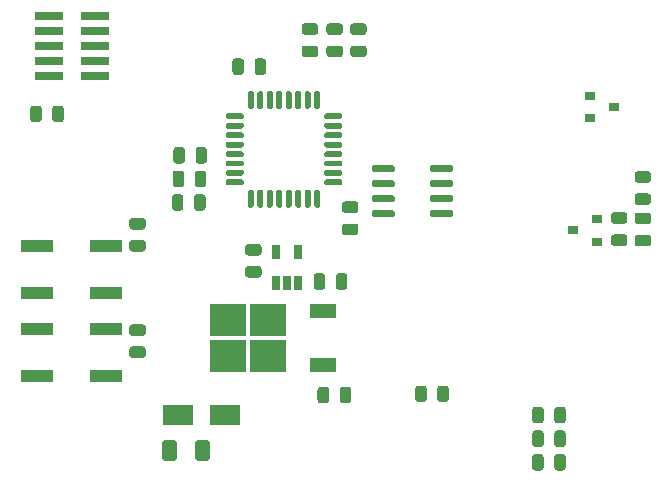
<source format=gbr>
G04 #@! TF.GenerationSoftware,KiCad,Pcbnew,(5.1.6)-1*
G04 #@! TF.CreationDate,2020-10-31T14:21:40+01:00*
G04 #@! TF.ProjectId,Batmonitor,4261746d-6f6e-4697-946f-722e6b696361,rev?*
G04 #@! TF.SameCoordinates,Original*
G04 #@! TF.FileFunction,Paste,Top*
G04 #@! TF.FilePolarity,Positive*
%FSLAX46Y46*%
G04 Gerber Fmt 4.6, Leading zero omitted, Abs format (unit mm)*
G04 Created by KiCad (PCBNEW (5.1.6)-1) date 2020-10-31 14:21:40*
%MOMM*%
%LPD*%
G01*
G04 APERTURE LIST*
%ADD10R,3.050000X2.750000*%
%ADD11R,2.200000X1.200000*%
%ADD12R,2.800000X1.000000*%
%ADD13R,2.500000X1.800000*%
%ADD14R,0.650000X1.220000*%
%ADD15R,0.900000X0.800000*%
%ADD16R,2.400000X0.740000*%
G04 APERTURE END LIST*
G36*
G01*
X146887500Y-98956250D02*
X146887500Y-98043750D01*
G75*
G02*
X147131250Y-97800000I243750J0D01*
G01*
X147618750Y-97800000D01*
G75*
G02*
X147862500Y-98043750I0J-243750D01*
G01*
X147862500Y-98956250D01*
G75*
G02*
X147618750Y-99200000I-243750J0D01*
G01*
X147131250Y-99200000D01*
G75*
G02*
X146887500Y-98956250I0J243750D01*
G01*
G37*
G36*
G01*
X145012500Y-98956250D02*
X145012500Y-98043750D01*
G75*
G02*
X145256250Y-97800000I243750J0D01*
G01*
X145743750Y-97800000D01*
G75*
G02*
X145987500Y-98043750I0J-243750D01*
G01*
X145987500Y-98956250D01*
G75*
G02*
X145743750Y-99200000I-243750J0D01*
G01*
X145256250Y-99200000D01*
G75*
G02*
X145012500Y-98956250I0J243750D01*
G01*
G37*
G36*
G01*
X146887500Y-100956250D02*
X146887500Y-100043750D01*
G75*
G02*
X147131250Y-99800000I243750J0D01*
G01*
X147618750Y-99800000D01*
G75*
G02*
X147862500Y-100043750I0J-243750D01*
G01*
X147862500Y-100956250D01*
G75*
G02*
X147618750Y-101200000I-243750J0D01*
G01*
X147131250Y-101200000D01*
G75*
G02*
X146887500Y-100956250I0J243750D01*
G01*
G37*
G36*
G01*
X145012500Y-100956250D02*
X145012500Y-100043750D01*
G75*
G02*
X145256250Y-99800000I243750J0D01*
G01*
X145743750Y-99800000D01*
G75*
G02*
X145987500Y-100043750I0J-243750D01*
G01*
X145987500Y-100956250D01*
G75*
G02*
X145743750Y-101200000I-243750J0D01*
G01*
X145256250Y-101200000D01*
G75*
G02*
X145012500Y-100956250I0J243750D01*
G01*
G37*
G36*
G01*
X112056250Y-89787500D02*
X111143750Y-89787500D01*
G75*
G02*
X110900000Y-89543750I0J243750D01*
G01*
X110900000Y-89056250D01*
G75*
G02*
X111143750Y-88812500I243750J0D01*
G01*
X112056250Y-88812500D01*
G75*
G02*
X112300000Y-89056250I0J-243750D01*
G01*
X112300000Y-89543750D01*
G75*
G02*
X112056250Y-89787500I-243750J0D01*
G01*
G37*
G36*
G01*
X112056250Y-91662500D02*
X111143750Y-91662500D01*
G75*
G02*
X110900000Y-91418750I0J243750D01*
G01*
X110900000Y-90931250D01*
G75*
G02*
X111143750Y-90687500I243750J0D01*
G01*
X112056250Y-90687500D01*
G75*
G02*
X112300000Y-90931250I0J-243750D01*
G01*
X112300000Y-91418750D01*
G75*
G02*
X112056250Y-91662500I-243750J0D01*
G01*
G37*
D10*
X122650000Y-88450000D03*
X119300000Y-91500000D03*
X122650000Y-91500000D03*
X119300000Y-88450000D03*
D11*
X127275000Y-87695000D03*
X127275000Y-92255000D03*
G36*
G01*
X145987500Y-96043750D02*
X145987500Y-96956250D01*
G75*
G02*
X145743750Y-97200000I-243750J0D01*
G01*
X145256250Y-97200000D01*
G75*
G02*
X145012500Y-96956250I0J243750D01*
G01*
X145012500Y-96043750D01*
G75*
G02*
X145256250Y-95800000I243750J0D01*
G01*
X145743750Y-95800000D01*
G75*
G02*
X145987500Y-96043750I0J-243750D01*
G01*
G37*
G36*
G01*
X147862500Y-96043750D02*
X147862500Y-96956250D01*
G75*
G02*
X147618750Y-97200000I-243750J0D01*
G01*
X147131250Y-97200000D01*
G75*
G02*
X146887500Y-96956250I0J243750D01*
G01*
X146887500Y-96043750D01*
G75*
G02*
X147131250Y-95800000I243750J0D01*
G01*
X147618750Y-95800000D01*
G75*
G02*
X147862500Y-96043750I0J-243750D01*
G01*
G37*
G36*
G01*
X136987500Y-95156250D02*
X136987500Y-94243750D01*
G75*
G02*
X137231250Y-94000000I243750J0D01*
G01*
X137718750Y-94000000D01*
G75*
G02*
X137962500Y-94243750I0J-243750D01*
G01*
X137962500Y-95156250D01*
G75*
G02*
X137718750Y-95400000I-243750J0D01*
G01*
X137231250Y-95400000D01*
G75*
G02*
X136987500Y-95156250I0J243750D01*
G01*
G37*
G36*
G01*
X135112500Y-95156250D02*
X135112500Y-94243750D01*
G75*
G02*
X135356250Y-94000000I243750J0D01*
G01*
X135843750Y-94000000D01*
G75*
G02*
X136087500Y-94243750I0J-243750D01*
G01*
X136087500Y-95156250D01*
G75*
G02*
X135843750Y-95400000I-243750J0D01*
G01*
X135356250Y-95400000D01*
G75*
G02*
X135112500Y-95156250I0J243750D01*
G01*
G37*
G36*
G01*
X136375000Y-75780000D02*
X136375000Y-75480000D01*
G75*
G02*
X136525000Y-75330000I150000J0D01*
G01*
X138175000Y-75330000D01*
G75*
G02*
X138325000Y-75480000I0J-150000D01*
G01*
X138325000Y-75780000D01*
G75*
G02*
X138175000Y-75930000I-150000J0D01*
G01*
X136525000Y-75930000D01*
G75*
G02*
X136375000Y-75780000I0J150000D01*
G01*
G37*
G36*
G01*
X136375000Y-77050000D02*
X136375000Y-76750000D01*
G75*
G02*
X136525000Y-76600000I150000J0D01*
G01*
X138175000Y-76600000D01*
G75*
G02*
X138325000Y-76750000I0J-150000D01*
G01*
X138325000Y-77050000D01*
G75*
G02*
X138175000Y-77200000I-150000J0D01*
G01*
X136525000Y-77200000D01*
G75*
G02*
X136375000Y-77050000I0J150000D01*
G01*
G37*
G36*
G01*
X136375000Y-78320000D02*
X136375000Y-78020000D01*
G75*
G02*
X136525000Y-77870000I150000J0D01*
G01*
X138175000Y-77870000D01*
G75*
G02*
X138325000Y-78020000I0J-150000D01*
G01*
X138325000Y-78320000D01*
G75*
G02*
X138175000Y-78470000I-150000J0D01*
G01*
X136525000Y-78470000D01*
G75*
G02*
X136375000Y-78320000I0J150000D01*
G01*
G37*
G36*
G01*
X136375000Y-79590000D02*
X136375000Y-79290000D01*
G75*
G02*
X136525000Y-79140000I150000J0D01*
G01*
X138175000Y-79140000D01*
G75*
G02*
X138325000Y-79290000I0J-150000D01*
G01*
X138325000Y-79590000D01*
G75*
G02*
X138175000Y-79740000I-150000J0D01*
G01*
X136525000Y-79740000D01*
G75*
G02*
X136375000Y-79590000I0J150000D01*
G01*
G37*
G36*
G01*
X131425000Y-79590000D02*
X131425000Y-79290000D01*
G75*
G02*
X131575000Y-79140000I150000J0D01*
G01*
X133225000Y-79140000D01*
G75*
G02*
X133375000Y-79290000I0J-150000D01*
G01*
X133375000Y-79590000D01*
G75*
G02*
X133225000Y-79740000I-150000J0D01*
G01*
X131575000Y-79740000D01*
G75*
G02*
X131425000Y-79590000I0J150000D01*
G01*
G37*
G36*
G01*
X131425000Y-78320000D02*
X131425000Y-78020000D01*
G75*
G02*
X131575000Y-77870000I150000J0D01*
G01*
X133225000Y-77870000D01*
G75*
G02*
X133375000Y-78020000I0J-150000D01*
G01*
X133375000Y-78320000D01*
G75*
G02*
X133225000Y-78470000I-150000J0D01*
G01*
X131575000Y-78470000D01*
G75*
G02*
X131425000Y-78320000I0J150000D01*
G01*
G37*
G36*
G01*
X131425000Y-77050000D02*
X131425000Y-76750000D01*
G75*
G02*
X131575000Y-76600000I150000J0D01*
G01*
X133225000Y-76600000D01*
G75*
G02*
X133375000Y-76750000I0J-150000D01*
G01*
X133375000Y-77050000D01*
G75*
G02*
X133225000Y-77200000I-150000J0D01*
G01*
X131575000Y-77200000D01*
G75*
G02*
X131425000Y-77050000I0J150000D01*
G01*
G37*
G36*
G01*
X131425000Y-75780000D02*
X131425000Y-75480000D01*
G75*
G02*
X131575000Y-75330000I150000J0D01*
G01*
X133225000Y-75330000D01*
G75*
G02*
X133375000Y-75480000I0J-150000D01*
G01*
X133375000Y-75780000D01*
G75*
G02*
X133225000Y-75930000I-150000J0D01*
G01*
X131575000Y-75930000D01*
G75*
G02*
X131425000Y-75780000I0J150000D01*
G01*
G37*
D12*
X108900000Y-93200000D03*
X103100000Y-93200000D03*
X108900000Y-89200000D03*
X103100000Y-89200000D03*
X108900000Y-86200000D03*
X103100000Y-86200000D03*
X108900000Y-82200000D03*
X103100000Y-82200000D03*
G36*
G01*
X111143750Y-81687500D02*
X112056250Y-81687500D01*
G75*
G02*
X112300000Y-81931250I0J-243750D01*
G01*
X112300000Y-82418750D01*
G75*
G02*
X112056250Y-82662500I-243750J0D01*
G01*
X111143750Y-82662500D01*
G75*
G02*
X110900000Y-82418750I0J243750D01*
G01*
X110900000Y-81931250D01*
G75*
G02*
X111143750Y-81687500I243750J0D01*
G01*
G37*
G36*
G01*
X111143750Y-79812500D02*
X112056250Y-79812500D01*
G75*
G02*
X112300000Y-80056250I0J-243750D01*
G01*
X112300000Y-80543750D01*
G75*
G02*
X112056250Y-80787500I-243750J0D01*
G01*
X111143750Y-80787500D01*
G75*
G02*
X110900000Y-80543750I0J243750D01*
G01*
X110900000Y-80056250D01*
G75*
G02*
X111143750Y-79812500I243750J0D01*
G01*
G37*
G36*
G01*
X128387500Y-85656250D02*
X128387500Y-84743750D01*
G75*
G02*
X128631250Y-84500000I243750J0D01*
G01*
X129118750Y-84500000D01*
G75*
G02*
X129362500Y-84743750I0J-243750D01*
G01*
X129362500Y-85656250D01*
G75*
G02*
X129118750Y-85900000I-243750J0D01*
G01*
X128631250Y-85900000D01*
G75*
G02*
X128387500Y-85656250I0J243750D01*
G01*
G37*
G36*
G01*
X126512500Y-85656250D02*
X126512500Y-84743750D01*
G75*
G02*
X126756250Y-84500000I243750J0D01*
G01*
X127243750Y-84500000D01*
G75*
G02*
X127487500Y-84743750I0J-243750D01*
G01*
X127487500Y-85656250D01*
G75*
G02*
X127243750Y-85900000I-243750J0D01*
G01*
X126756250Y-85900000D01*
G75*
G02*
X126512500Y-85656250I0J243750D01*
G01*
G37*
G36*
G01*
X128712500Y-95256250D02*
X128712500Y-94343750D01*
G75*
G02*
X128956250Y-94100000I243750J0D01*
G01*
X129443750Y-94100000D01*
G75*
G02*
X129687500Y-94343750I0J-243750D01*
G01*
X129687500Y-95256250D01*
G75*
G02*
X129443750Y-95500000I-243750J0D01*
G01*
X128956250Y-95500000D01*
G75*
G02*
X128712500Y-95256250I0J243750D01*
G01*
G37*
G36*
G01*
X126837500Y-95256250D02*
X126837500Y-94343750D01*
G75*
G02*
X127081250Y-94100000I243750J0D01*
G01*
X127568750Y-94100000D01*
G75*
G02*
X127812500Y-94343750I0J-243750D01*
G01*
X127812500Y-95256250D01*
G75*
G02*
X127568750Y-95500000I-243750J0D01*
G01*
X127081250Y-95500000D01*
G75*
G02*
X126837500Y-95256250I0J243750D01*
G01*
G37*
D13*
X119000000Y-96500000D03*
X115000000Y-96500000D03*
G36*
G01*
X114925000Y-98875000D02*
X114925000Y-100125000D01*
G75*
G02*
X114675000Y-100375000I-250000J0D01*
G01*
X113925000Y-100375000D01*
G75*
G02*
X113675000Y-100125000I0J250000D01*
G01*
X113675000Y-98875000D01*
G75*
G02*
X113925000Y-98625000I250000J0D01*
G01*
X114675000Y-98625000D01*
G75*
G02*
X114925000Y-98875000I0J-250000D01*
G01*
G37*
G36*
G01*
X117725000Y-98875000D02*
X117725000Y-100125000D01*
G75*
G02*
X117475000Y-100375000I-250000J0D01*
G01*
X116725000Y-100375000D01*
G75*
G02*
X116475000Y-100125000I0J250000D01*
G01*
X116475000Y-98875000D01*
G75*
G02*
X116725000Y-98625000I250000J0D01*
G01*
X117475000Y-98625000D01*
G75*
G02*
X117725000Y-98875000I0J-250000D01*
G01*
G37*
D14*
X123300000Y-82680000D03*
X125200000Y-82680000D03*
X125200000Y-85300000D03*
X124250000Y-85300000D03*
X123300000Y-85300000D03*
D15*
X151900000Y-70400000D03*
X149900000Y-71350000D03*
X149900000Y-69450000D03*
G36*
G01*
X130756250Y-64312500D02*
X129843750Y-64312500D01*
G75*
G02*
X129600000Y-64068750I0J243750D01*
G01*
X129600000Y-63581250D01*
G75*
G02*
X129843750Y-63337500I243750J0D01*
G01*
X130756250Y-63337500D01*
G75*
G02*
X131000000Y-63581250I0J-243750D01*
G01*
X131000000Y-64068750D01*
G75*
G02*
X130756250Y-64312500I-243750J0D01*
G01*
G37*
G36*
G01*
X130756250Y-66187500D02*
X129843750Y-66187500D01*
G75*
G02*
X129600000Y-65943750I0J243750D01*
G01*
X129600000Y-65456250D01*
G75*
G02*
X129843750Y-65212500I243750J0D01*
G01*
X130756250Y-65212500D01*
G75*
G02*
X131000000Y-65456250I0J-243750D01*
G01*
X131000000Y-65943750D01*
G75*
G02*
X130756250Y-66187500I-243750J0D01*
G01*
G37*
G36*
G01*
X129143750Y-80287500D02*
X130056250Y-80287500D01*
G75*
G02*
X130300000Y-80531250I0J-243750D01*
G01*
X130300000Y-81018750D01*
G75*
G02*
X130056250Y-81262500I-243750J0D01*
G01*
X129143750Y-81262500D01*
G75*
G02*
X128900000Y-81018750I0J243750D01*
G01*
X128900000Y-80531250D01*
G75*
G02*
X129143750Y-80287500I243750J0D01*
G01*
G37*
G36*
G01*
X129143750Y-78412500D02*
X130056250Y-78412500D01*
G75*
G02*
X130300000Y-78656250I0J-243750D01*
G01*
X130300000Y-79143750D01*
G75*
G02*
X130056250Y-79387500I-243750J0D01*
G01*
X129143750Y-79387500D01*
G75*
G02*
X128900000Y-79143750I0J243750D01*
G01*
X128900000Y-78656250D01*
G75*
G02*
X129143750Y-78412500I243750J0D01*
G01*
G37*
G36*
G01*
X115612500Y-74043750D02*
X115612500Y-74956250D01*
G75*
G02*
X115368750Y-75200000I-243750J0D01*
G01*
X114881250Y-75200000D01*
G75*
G02*
X114637500Y-74956250I0J243750D01*
G01*
X114637500Y-74043750D01*
G75*
G02*
X114881250Y-73800000I243750J0D01*
G01*
X115368750Y-73800000D01*
G75*
G02*
X115612500Y-74043750I0J-243750D01*
G01*
G37*
G36*
G01*
X117487500Y-74043750D02*
X117487500Y-74956250D01*
G75*
G02*
X117243750Y-75200000I-243750J0D01*
G01*
X116756250Y-75200000D01*
G75*
G02*
X116512500Y-74956250I0J243750D01*
G01*
X116512500Y-74043750D01*
G75*
G02*
X116756250Y-73800000I243750J0D01*
G01*
X117243750Y-73800000D01*
G75*
G02*
X117487500Y-74043750I0J-243750D01*
G01*
G37*
D16*
X104080000Y-62710000D03*
X107980000Y-62710000D03*
X104080000Y-63980000D03*
X107980000Y-63980000D03*
X104080000Y-65250000D03*
X107980000Y-65250000D03*
X104080000Y-66520000D03*
X107980000Y-66520000D03*
X104080000Y-67790000D03*
X107980000Y-67790000D03*
G36*
G01*
X103487500Y-70543750D02*
X103487500Y-71456250D01*
G75*
G02*
X103243750Y-71700000I-243750J0D01*
G01*
X102756250Y-71700000D01*
G75*
G02*
X102512500Y-71456250I0J243750D01*
G01*
X102512500Y-70543750D01*
G75*
G02*
X102756250Y-70300000I243750J0D01*
G01*
X103243750Y-70300000D01*
G75*
G02*
X103487500Y-70543750I0J-243750D01*
G01*
G37*
G36*
G01*
X105362500Y-70543750D02*
X105362500Y-71456250D01*
G75*
G02*
X105118750Y-71700000I-243750J0D01*
G01*
X104631250Y-71700000D01*
G75*
G02*
X104387500Y-71456250I0J243750D01*
G01*
X104387500Y-70543750D01*
G75*
G02*
X104631250Y-70300000I243750J0D01*
G01*
X105118750Y-70300000D01*
G75*
G02*
X105362500Y-70543750I0J-243750D01*
G01*
G37*
D15*
X148480000Y-80870000D03*
X150480000Y-79920000D03*
X150480000Y-81820000D03*
G36*
G01*
X120950000Y-70450000D02*
X120950000Y-69200000D01*
G75*
G02*
X121075000Y-69075000I125000J0D01*
G01*
X121325000Y-69075000D01*
G75*
G02*
X121450000Y-69200000I0J-125000D01*
G01*
X121450000Y-70450000D01*
G75*
G02*
X121325000Y-70575000I-125000J0D01*
G01*
X121075000Y-70575000D01*
G75*
G02*
X120950000Y-70450000I0J125000D01*
G01*
G37*
G36*
G01*
X121750000Y-70450000D02*
X121750000Y-69200000D01*
G75*
G02*
X121875000Y-69075000I125000J0D01*
G01*
X122125000Y-69075000D01*
G75*
G02*
X122250000Y-69200000I0J-125000D01*
G01*
X122250000Y-70450000D01*
G75*
G02*
X122125000Y-70575000I-125000J0D01*
G01*
X121875000Y-70575000D01*
G75*
G02*
X121750000Y-70450000I0J125000D01*
G01*
G37*
G36*
G01*
X122550000Y-70450000D02*
X122550000Y-69200000D01*
G75*
G02*
X122675000Y-69075000I125000J0D01*
G01*
X122925000Y-69075000D01*
G75*
G02*
X123050000Y-69200000I0J-125000D01*
G01*
X123050000Y-70450000D01*
G75*
G02*
X122925000Y-70575000I-125000J0D01*
G01*
X122675000Y-70575000D01*
G75*
G02*
X122550000Y-70450000I0J125000D01*
G01*
G37*
G36*
G01*
X123350000Y-70450000D02*
X123350000Y-69200000D01*
G75*
G02*
X123475000Y-69075000I125000J0D01*
G01*
X123725000Y-69075000D01*
G75*
G02*
X123850000Y-69200000I0J-125000D01*
G01*
X123850000Y-70450000D01*
G75*
G02*
X123725000Y-70575000I-125000J0D01*
G01*
X123475000Y-70575000D01*
G75*
G02*
X123350000Y-70450000I0J125000D01*
G01*
G37*
G36*
G01*
X124150000Y-70450000D02*
X124150000Y-69200000D01*
G75*
G02*
X124275000Y-69075000I125000J0D01*
G01*
X124525000Y-69075000D01*
G75*
G02*
X124650000Y-69200000I0J-125000D01*
G01*
X124650000Y-70450000D01*
G75*
G02*
X124525000Y-70575000I-125000J0D01*
G01*
X124275000Y-70575000D01*
G75*
G02*
X124150000Y-70450000I0J125000D01*
G01*
G37*
G36*
G01*
X124950000Y-70450000D02*
X124950000Y-69200000D01*
G75*
G02*
X125075000Y-69075000I125000J0D01*
G01*
X125325000Y-69075000D01*
G75*
G02*
X125450000Y-69200000I0J-125000D01*
G01*
X125450000Y-70450000D01*
G75*
G02*
X125325000Y-70575000I-125000J0D01*
G01*
X125075000Y-70575000D01*
G75*
G02*
X124950000Y-70450000I0J125000D01*
G01*
G37*
G36*
G01*
X125750000Y-70450000D02*
X125750000Y-69200000D01*
G75*
G02*
X125875000Y-69075000I125000J0D01*
G01*
X126125000Y-69075000D01*
G75*
G02*
X126250000Y-69200000I0J-125000D01*
G01*
X126250000Y-70450000D01*
G75*
G02*
X126125000Y-70575000I-125000J0D01*
G01*
X125875000Y-70575000D01*
G75*
G02*
X125750000Y-70450000I0J125000D01*
G01*
G37*
G36*
G01*
X126550000Y-70450000D02*
X126550000Y-69200000D01*
G75*
G02*
X126675000Y-69075000I125000J0D01*
G01*
X126925000Y-69075000D01*
G75*
G02*
X127050000Y-69200000I0J-125000D01*
G01*
X127050000Y-70450000D01*
G75*
G02*
X126925000Y-70575000I-125000J0D01*
G01*
X126675000Y-70575000D01*
G75*
G02*
X126550000Y-70450000I0J125000D01*
G01*
G37*
G36*
G01*
X127425000Y-71325000D02*
X127425000Y-71075000D01*
G75*
G02*
X127550000Y-70950000I125000J0D01*
G01*
X128800000Y-70950000D01*
G75*
G02*
X128925000Y-71075000I0J-125000D01*
G01*
X128925000Y-71325000D01*
G75*
G02*
X128800000Y-71450000I-125000J0D01*
G01*
X127550000Y-71450000D01*
G75*
G02*
X127425000Y-71325000I0J125000D01*
G01*
G37*
G36*
G01*
X127425000Y-72125000D02*
X127425000Y-71875000D01*
G75*
G02*
X127550000Y-71750000I125000J0D01*
G01*
X128800000Y-71750000D01*
G75*
G02*
X128925000Y-71875000I0J-125000D01*
G01*
X128925000Y-72125000D01*
G75*
G02*
X128800000Y-72250000I-125000J0D01*
G01*
X127550000Y-72250000D01*
G75*
G02*
X127425000Y-72125000I0J125000D01*
G01*
G37*
G36*
G01*
X127425000Y-72925000D02*
X127425000Y-72675000D01*
G75*
G02*
X127550000Y-72550000I125000J0D01*
G01*
X128800000Y-72550000D01*
G75*
G02*
X128925000Y-72675000I0J-125000D01*
G01*
X128925000Y-72925000D01*
G75*
G02*
X128800000Y-73050000I-125000J0D01*
G01*
X127550000Y-73050000D01*
G75*
G02*
X127425000Y-72925000I0J125000D01*
G01*
G37*
G36*
G01*
X127425000Y-73725000D02*
X127425000Y-73475000D01*
G75*
G02*
X127550000Y-73350000I125000J0D01*
G01*
X128800000Y-73350000D01*
G75*
G02*
X128925000Y-73475000I0J-125000D01*
G01*
X128925000Y-73725000D01*
G75*
G02*
X128800000Y-73850000I-125000J0D01*
G01*
X127550000Y-73850000D01*
G75*
G02*
X127425000Y-73725000I0J125000D01*
G01*
G37*
G36*
G01*
X127425000Y-74525000D02*
X127425000Y-74275000D01*
G75*
G02*
X127550000Y-74150000I125000J0D01*
G01*
X128800000Y-74150000D01*
G75*
G02*
X128925000Y-74275000I0J-125000D01*
G01*
X128925000Y-74525000D01*
G75*
G02*
X128800000Y-74650000I-125000J0D01*
G01*
X127550000Y-74650000D01*
G75*
G02*
X127425000Y-74525000I0J125000D01*
G01*
G37*
G36*
G01*
X127425000Y-75325000D02*
X127425000Y-75075000D01*
G75*
G02*
X127550000Y-74950000I125000J0D01*
G01*
X128800000Y-74950000D01*
G75*
G02*
X128925000Y-75075000I0J-125000D01*
G01*
X128925000Y-75325000D01*
G75*
G02*
X128800000Y-75450000I-125000J0D01*
G01*
X127550000Y-75450000D01*
G75*
G02*
X127425000Y-75325000I0J125000D01*
G01*
G37*
G36*
G01*
X127425000Y-76125000D02*
X127425000Y-75875000D01*
G75*
G02*
X127550000Y-75750000I125000J0D01*
G01*
X128800000Y-75750000D01*
G75*
G02*
X128925000Y-75875000I0J-125000D01*
G01*
X128925000Y-76125000D01*
G75*
G02*
X128800000Y-76250000I-125000J0D01*
G01*
X127550000Y-76250000D01*
G75*
G02*
X127425000Y-76125000I0J125000D01*
G01*
G37*
G36*
G01*
X127425000Y-76925000D02*
X127425000Y-76675000D01*
G75*
G02*
X127550000Y-76550000I125000J0D01*
G01*
X128800000Y-76550000D01*
G75*
G02*
X128925000Y-76675000I0J-125000D01*
G01*
X128925000Y-76925000D01*
G75*
G02*
X128800000Y-77050000I-125000J0D01*
G01*
X127550000Y-77050000D01*
G75*
G02*
X127425000Y-76925000I0J125000D01*
G01*
G37*
G36*
G01*
X126550000Y-78800000D02*
X126550000Y-77550000D01*
G75*
G02*
X126675000Y-77425000I125000J0D01*
G01*
X126925000Y-77425000D01*
G75*
G02*
X127050000Y-77550000I0J-125000D01*
G01*
X127050000Y-78800000D01*
G75*
G02*
X126925000Y-78925000I-125000J0D01*
G01*
X126675000Y-78925000D01*
G75*
G02*
X126550000Y-78800000I0J125000D01*
G01*
G37*
G36*
G01*
X125750000Y-78800000D02*
X125750000Y-77550000D01*
G75*
G02*
X125875000Y-77425000I125000J0D01*
G01*
X126125000Y-77425000D01*
G75*
G02*
X126250000Y-77550000I0J-125000D01*
G01*
X126250000Y-78800000D01*
G75*
G02*
X126125000Y-78925000I-125000J0D01*
G01*
X125875000Y-78925000D01*
G75*
G02*
X125750000Y-78800000I0J125000D01*
G01*
G37*
G36*
G01*
X124950000Y-78800000D02*
X124950000Y-77550000D01*
G75*
G02*
X125075000Y-77425000I125000J0D01*
G01*
X125325000Y-77425000D01*
G75*
G02*
X125450000Y-77550000I0J-125000D01*
G01*
X125450000Y-78800000D01*
G75*
G02*
X125325000Y-78925000I-125000J0D01*
G01*
X125075000Y-78925000D01*
G75*
G02*
X124950000Y-78800000I0J125000D01*
G01*
G37*
G36*
G01*
X124150000Y-78800000D02*
X124150000Y-77550000D01*
G75*
G02*
X124275000Y-77425000I125000J0D01*
G01*
X124525000Y-77425000D01*
G75*
G02*
X124650000Y-77550000I0J-125000D01*
G01*
X124650000Y-78800000D01*
G75*
G02*
X124525000Y-78925000I-125000J0D01*
G01*
X124275000Y-78925000D01*
G75*
G02*
X124150000Y-78800000I0J125000D01*
G01*
G37*
G36*
G01*
X123350000Y-78800000D02*
X123350000Y-77550000D01*
G75*
G02*
X123475000Y-77425000I125000J0D01*
G01*
X123725000Y-77425000D01*
G75*
G02*
X123850000Y-77550000I0J-125000D01*
G01*
X123850000Y-78800000D01*
G75*
G02*
X123725000Y-78925000I-125000J0D01*
G01*
X123475000Y-78925000D01*
G75*
G02*
X123350000Y-78800000I0J125000D01*
G01*
G37*
G36*
G01*
X122550000Y-78800000D02*
X122550000Y-77550000D01*
G75*
G02*
X122675000Y-77425000I125000J0D01*
G01*
X122925000Y-77425000D01*
G75*
G02*
X123050000Y-77550000I0J-125000D01*
G01*
X123050000Y-78800000D01*
G75*
G02*
X122925000Y-78925000I-125000J0D01*
G01*
X122675000Y-78925000D01*
G75*
G02*
X122550000Y-78800000I0J125000D01*
G01*
G37*
G36*
G01*
X121750000Y-78800000D02*
X121750000Y-77550000D01*
G75*
G02*
X121875000Y-77425000I125000J0D01*
G01*
X122125000Y-77425000D01*
G75*
G02*
X122250000Y-77550000I0J-125000D01*
G01*
X122250000Y-78800000D01*
G75*
G02*
X122125000Y-78925000I-125000J0D01*
G01*
X121875000Y-78925000D01*
G75*
G02*
X121750000Y-78800000I0J125000D01*
G01*
G37*
G36*
G01*
X120950000Y-78800000D02*
X120950000Y-77550000D01*
G75*
G02*
X121075000Y-77425000I125000J0D01*
G01*
X121325000Y-77425000D01*
G75*
G02*
X121450000Y-77550000I0J-125000D01*
G01*
X121450000Y-78800000D01*
G75*
G02*
X121325000Y-78925000I-125000J0D01*
G01*
X121075000Y-78925000D01*
G75*
G02*
X120950000Y-78800000I0J125000D01*
G01*
G37*
G36*
G01*
X119075000Y-76925000D02*
X119075000Y-76675000D01*
G75*
G02*
X119200000Y-76550000I125000J0D01*
G01*
X120450000Y-76550000D01*
G75*
G02*
X120575000Y-76675000I0J-125000D01*
G01*
X120575000Y-76925000D01*
G75*
G02*
X120450000Y-77050000I-125000J0D01*
G01*
X119200000Y-77050000D01*
G75*
G02*
X119075000Y-76925000I0J125000D01*
G01*
G37*
G36*
G01*
X119075000Y-76125000D02*
X119075000Y-75875000D01*
G75*
G02*
X119200000Y-75750000I125000J0D01*
G01*
X120450000Y-75750000D01*
G75*
G02*
X120575000Y-75875000I0J-125000D01*
G01*
X120575000Y-76125000D01*
G75*
G02*
X120450000Y-76250000I-125000J0D01*
G01*
X119200000Y-76250000D01*
G75*
G02*
X119075000Y-76125000I0J125000D01*
G01*
G37*
G36*
G01*
X119075000Y-75325000D02*
X119075000Y-75075000D01*
G75*
G02*
X119200000Y-74950000I125000J0D01*
G01*
X120450000Y-74950000D01*
G75*
G02*
X120575000Y-75075000I0J-125000D01*
G01*
X120575000Y-75325000D01*
G75*
G02*
X120450000Y-75450000I-125000J0D01*
G01*
X119200000Y-75450000D01*
G75*
G02*
X119075000Y-75325000I0J125000D01*
G01*
G37*
G36*
G01*
X119075000Y-74525000D02*
X119075000Y-74275000D01*
G75*
G02*
X119200000Y-74150000I125000J0D01*
G01*
X120450000Y-74150000D01*
G75*
G02*
X120575000Y-74275000I0J-125000D01*
G01*
X120575000Y-74525000D01*
G75*
G02*
X120450000Y-74650000I-125000J0D01*
G01*
X119200000Y-74650000D01*
G75*
G02*
X119075000Y-74525000I0J125000D01*
G01*
G37*
G36*
G01*
X119075000Y-73725000D02*
X119075000Y-73475000D01*
G75*
G02*
X119200000Y-73350000I125000J0D01*
G01*
X120450000Y-73350000D01*
G75*
G02*
X120575000Y-73475000I0J-125000D01*
G01*
X120575000Y-73725000D01*
G75*
G02*
X120450000Y-73850000I-125000J0D01*
G01*
X119200000Y-73850000D01*
G75*
G02*
X119075000Y-73725000I0J125000D01*
G01*
G37*
G36*
G01*
X119075000Y-72925000D02*
X119075000Y-72675000D01*
G75*
G02*
X119200000Y-72550000I125000J0D01*
G01*
X120450000Y-72550000D01*
G75*
G02*
X120575000Y-72675000I0J-125000D01*
G01*
X120575000Y-72925000D01*
G75*
G02*
X120450000Y-73050000I-125000J0D01*
G01*
X119200000Y-73050000D01*
G75*
G02*
X119075000Y-72925000I0J125000D01*
G01*
G37*
G36*
G01*
X119075000Y-72125000D02*
X119075000Y-71875000D01*
G75*
G02*
X119200000Y-71750000I125000J0D01*
G01*
X120450000Y-71750000D01*
G75*
G02*
X120575000Y-71875000I0J-125000D01*
G01*
X120575000Y-72125000D01*
G75*
G02*
X120450000Y-72250000I-125000J0D01*
G01*
X119200000Y-72250000D01*
G75*
G02*
X119075000Y-72125000I0J125000D01*
G01*
G37*
G36*
G01*
X119075000Y-71325000D02*
X119075000Y-71075000D01*
G75*
G02*
X119200000Y-70950000I125000J0D01*
G01*
X120450000Y-70950000D01*
G75*
G02*
X120575000Y-71075000I0J-125000D01*
G01*
X120575000Y-71325000D01*
G75*
G02*
X120450000Y-71450000I-125000J0D01*
G01*
X119200000Y-71450000D01*
G75*
G02*
X119075000Y-71325000I0J125000D01*
G01*
G37*
G36*
G01*
X153923750Y-77732500D02*
X154836250Y-77732500D01*
G75*
G02*
X155080000Y-77976250I0J-243750D01*
G01*
X155080000Y-78463750D01*
G75*
G02*
X154836250Y-78707500I-243750J0D01*
G01*
X153923750Y-78707500D01*
G75*
G02*
X153680000Y-78463750I0J243750D01*
G01*
X153680000Y-77976250D01*
G75*
G02*
X153923750Y-77732500I243750J0D01*
G01*
G37*
G36*
G01*
X153923750Y-75857500D02*
X154836250Y-75857500D01*
G75*
G02*
X155080000Y-76101250I0J-243750D01*
G01*
X155080000Y-76588750D01*
G75*
G02*
X154836250Y-76832500I-243750J0D01*
G01*
X153923750Y-76832500D01*
G75*
G02*
X153680000Y-76588750I0J243750D01*
G01*
X153680000Y-76101250D01*
G75*
G02*
X153923750Y-75857500I243750J0D01*
G01*
G37*
G36*
G01*
X153923750Y-81232500D02*
X154836250Y-81232500D01*
G75*
G02*
X155080000Y-81476250I0J-243750D01*
G01*
X155080000Y-81963750D01*
G75*
G02*
X154836250Y-82207500I-243750J0D01*
G01*
X153923750Y-82207500D01*
G75*
G02*
X153680000Y-81963750I0J243750D01*
G01*
X153680000Y-81476250D01*
G75*
G02*
X153923750Y-81232500I243750J0D01*
G01*
G37*
G36*
G01*
X153923750Y-79357500D02*
X154836250Y-79357500D01*
G75*
G02*
X155080000Y-79601250I0J-243750D01*
G01*
X155080000Y-80088750D01*
G75*
G02*
X154836250Y-80332500I-243750J0D01*
G01*
X153923750Y-80332500D01*
G75*
G02*
X153680000Y-80088750I0J243750D01*
G01*
X153680000Y-79601250D01*
G75*
G02*
X153923750Y-79357500I243750J0D01*
G01*
G37*
G36*
G01*
X151923750Y-81207500D02*
X152836250Y-81207500D01*
G75*
G02*
X153080000Y-81451250I0J-243750D01*
G01*
X153080000Y-81938750D01*
G75*
G02*
X152836250Y-82182500I-243750J0D01*
G01*
X151923750Y-82182500D01*
G75*
G02*
X151680000Y-81938750I0J243750D01*
G01*
X151680000Y-81451250D01*
G75*
G02*
X151923750Y-81207500I243750J0D01*
G01*
G37*
G36*
G01*
X151923750Y-79332500D02*
X152836250Y-79332500D01*
G75*
G02*
X153080000Y-79576250I0J-243750D01*
G01*
X153080000Y-80063750D01*
G75*
G02*
X152836250Y-80307500I-243750J0D01*
G01*
X151923750Y-80307500D01*
G75*
G02*
X151680000Y-80063750I0J243750D01*
G01*
X151680000Y-79576250D01*
G75*
G02*
X151923750Y-79332500I243750J0D01*
G01*
G37*
G36*
G01*
X126656250Y-64312500D02*
X125743750Y-64312500D01*
G75*
G02*
X125500000Y-64068750I0J243750D01*
G01*
X125500000Y-63581250D01*
G75*
G02*
X125743750Y-63337500I243750J0D01*
G01*
X126656250Y-63337500D01*
G75*
G02*
X126900000Y-63581250I0J-243750D01*
G01*
X126900000Y-64068750D01*
G75*
G02*
X126656250Y-64312500I-243750J0D01*
G01*
G37*
G36*
G01*
X126656250Y-66187500D02*
X125743750Y-66187500D01*
G75*
G02*
X125500000Y-65943750I0J243750D01*
G01*
X125500000Y-65456250D01*
G75*
G02*
X125743750Y-65212500I243750J0D01*
G01*
X126656250Y-65212500D01*
G75*
G02*
X126900000Y-65456250I0J-243750D01*
G01*
X126900000Y-65943750D01*
G75*
G02*
X126656250Y-66187500I-243750J0D01*
G01*
G37*
G36*
G01*
X128756250Y-64312500D02*
X127843750Y-64312500D01*
G75*
G02*
X127600000Y-64068750I0J243750D01*
G01*
X127600000Y-63581250D01*
G75*
G02*
X127843750Y-63337500I243750J0D01*
G01*
X128756250Y-63337500D01*
G75*
G02*
X129000000Y-63581250I0J-243750D01*
G01*
X129000000Y-64068750D01*
G75*
G02*
X128756250Y-64312500I-243750J0D01*
G01*
G37*
G36*
G01*
X128756250Y-66187500D02*
X127843750Y-66187500D01*
G75*
G02*
X127600000Y-65943750I0J243750D01*
G01*
X127600000Y-65456250D01*
G75*
G02*
X127843750Y-65212500I243750J0D01*
G01*
X128756250Y-65212500D01*
G75*
G02*
X129000000Y-65456250I0J-243750D01*
G01*
X129000000Y-65943750D01*
G75*
G02*
X128756250Y-66187500I-243750J0D01*
G01*
G37*
G36*
G01*
X120612500Y-66543750D02*
X120612500Y-67456250D01*
G75*
G02*
X120368750Y-67700000I-243750J0D01*
G01*
X119881250Y-67700000D01*
G75*
G02*
X119637500Y-67456250I0J243750D01*
G01*
X119637500Y-66543750D01*
G75*
G02*
X119881250Y-66300000I243750J0D01*
G01*
X120368750Y-66300000D01*
G75*
G02*
X120612500Y-66543750I0J-243750D01*
G01*
G37*
G36*
G01*
X122487500Y-66543750D02*
X122487500Y-67456250D01*
G75*
G02*
X122243750Y-67700000I-243750J0D01*
G01*
X121756250Y-67700000D01*
G75*
G02*
X121512500Y-67456250I0J243750D01*
G01*
X121512500Y-66543750D01*
G75*
G02*
X121756250Y-66300000I243750J0D01*
G01*
X122243750Y-66300000D01*
G75*
G02*
X122487500Y-66543750I0J-243750D01*
G01*
G37*
G36*
G01*
X115550000Y-76043750D02*
X115550000Y-76956250D01*
G75*
G02*
X115306250Y-77200000I-243750J0D01*
G01*
X114818750Y-77200000D01*
G75*
G02*
X114575000Y-76956250I0J243750D01*
G01*
X114575000Y-76043750D01*
G75*
G02*
X114818750Y-75800000I243750J0D01*
G01*
X115306250Y-75800000D01*
G75*
G02*
X115550000Y-76043750I0J-243750D01*
G01*
G37*
G36*
G01*
X117425000Y-76043750D02*
X117425000Y-76956250D01*
G75*
G02*
X117181250Y-77200000I-243750J0D01*
G01*
X116693750Y-77200000D01*
G75*
G02*
X116450000Y-76956250I0J243750D01*
G01*
X116450000Y-76043750D01*
G75*
G02*
X116693750Y-75800000I243750J0D01*
G01*
X117181250Y-75800000D01*
G75*
G02*
X117425000Y-76043750I0J-243750D01*
G01*
G37*
G36*
G01*
X116387500Y-78956250D02*
X116387500Y-78043750D01*
G75*
G02*
X116631250Y-77800000I243750J0D01*
G01*
X117118750Y-77800000D01*
G75*
G02*
X117362500Y-78043750I0J-243750D01*
G01*
X117362500Y-78956250D01*
G75*
G02*
X117118750Y-79200000I-243750J0D01*
G01*
X116631250Y-79200000D01*
G75*
G02*
X116387500Y-78956250I0J243750D01*
G01*
G37*
G36*
G01*
X114512500Y-78956250D02*
X114512500Y-78043750D01*
G75*
G02*
X114756250Y-77800000I243750J0D01*
G01*
X115243750Y-77800000D01*
G75*
G02*
X115487500Y-78043750I0J-243750D01*
G01*
X115487500Y-78956250D01*
G75*
G02*
X115243750Y-79200000I-243750J0D01*
G01*
X114756250Y-79200000D01*
G75*
G02*
X114512500Y-78956250I0J243750D01*
G01*
G37*
G36*
G01*
X120943750Y-83887500D02*
X121856250Y-83887500D01*
G75*
G02*
X122100000Y-84131250I0J-243750D01*
G01*
X122100000Y-84618750D01*
G75*
G02*
X121856250Y-84862500I-243750J0D01*
G01*
X120943750Y-84862500D01*
G75*
G02*
X120700000Y-84618750I0J243750D01*
G01*
X120700000Y-84131250D01*
G75*
G02*
X120943750Y-83887500I243750J0D01*
G01*
G37*
G36*
G01*
X120943750Y-82012500D02*
X121856250Y-82012500D01*
G75*
G02*
X122100000Y-82256250I0J-243750D01*
G01*
X122100000Y-82743750D01*
G75*
G02*
X121856250Y-82987500I-243750J0D01*
G01*
X120943750Y-82987500D01*
G75*
G02*
X120700000Y-82743750I0J243750D01*
G01*
X120700000Y-82256250D01*
G75*
G02*
X120943750Y-82012500I243750J0D01*
G01*
G37*
M02*

</source>
